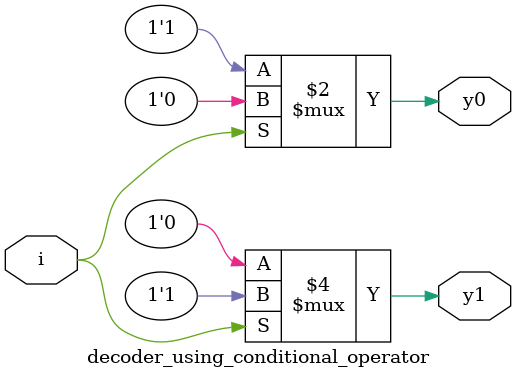
<source format=v>
`timescale 1ns / 1ps


module decoder_using_conditional_operator(
input i,
output y0,y1);

assign y0=(i==1'b0)?1'b1:1'b0;
assign y1=(i==1'b1)?1'b1:1'b0;
endmodule

</source>
